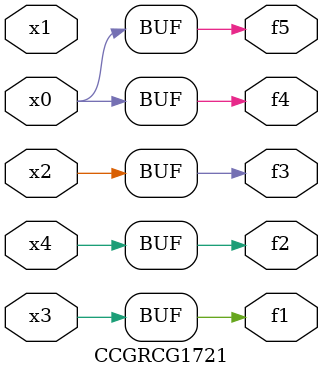
<source format=v>
module CCGRCG1721(
	input x0, x1, x2, x3, x4,
	output f1, f2, f3, f4, f5
);
	assign f1 = x3;
	assign f2 = x4;
	assign f3 = x2;
	assign f4 = x0;
	assign f5 = x0;
endmodule

</source>
